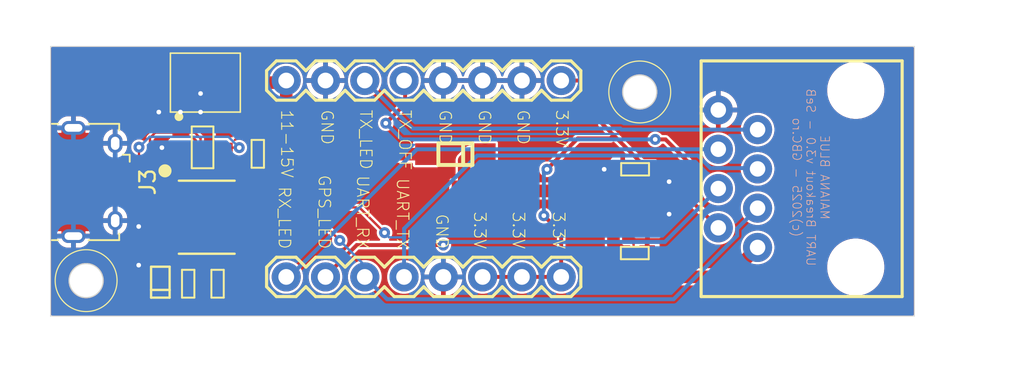
<source format=kicad_pcb>
(kicad_pcb (version 20241229) (generator "pcbnew") (generator_version "9.0")
  (layers (0 "F.Cu" signal) (2 "B.Cu" signal) (13 "F.Paste" user) (15 "B.Paste" user) (5 "F.SilkS" user "F.Silkscreen") (7 "B.SilkS" user "B.Silkscreen") (1 "F.Mask" user) (3 "B.Mask" user) (25 "Edge.Cuts" user))
  (net 0 "")
  (net 1 "GND")
  (net 2 "TRANSPONDER_UART_TX")
  (net 3 "12V")
  (net 4 "/UARTBreakout-3.0_1/V_OUT")
  (net 5 "Net-(C4-1)")
  (net 6 "/UARTBreakout-3.0_2/USB_3V3")
  (net 7 "/UARTBreakout-3.0_1/V_IN")
  (net 8 "/UARTBreakout-3.0_2/D-")
  (net 9 "TRANSPONDER_UART_RX")
  (net 10 "/UARTBreakout-3.0_2/D+")
  (net 11 "3.3V")
  (net 12 "/UARTBreakout-3.0_2/VBUS")
  (net 13 "/UARTBreakout-3.0_1/TX_OFF")
  (net 14 "/UARTBreakout-3.0_1/RX_LED")
  (net 15 "/UARTBreakout-3.0_1/GPS_LED")
  (net 16 "/UARTBreakout-3.0_1/TX_LED")
  (footprint "UARTBreakout-3.0:SOIC-8" (layer "F.Cu") (at 130.6711 107.3286)
    (property "Reference" "U$1" (hide yes))
    (property "Value" "CH340N")
    (fp_line (start -1.803 2.362) (end 1.803 2.362) (stroke (width 0.1524)) (layer "F.SilkS"))
    (fp_line (start 1.803 -2.362) (end -1.803 -2.362) (stroke (width 0.1524)) (layer "F.SilkS"))
    (fp_circle (center -2.7 -3) (end -2.487869 -3) (stroke (width 0.424262)) (fill yes) (layer "F.SilkS"))
    (pad "1" smd rect (at -2.6162 -1.905 270) (size 0.6096 2.2098) (layers "F.Cu" "F.Mask" "F.Paste") (net 10 "/UARTBreakout-3.0_2/D+"))
    (pad "2" smd rect (at -2.6162 -0.635 270) (size 0.6096 2.2098) (layers "F.Cu" "F.Mask" "F.Paste") (net 8 "/UARTBreakout-3.0_2/D-"))
    (pad "3" smd rect (at -2.6162 0.635 270) (size 0.6096 2.2098) (layers "F.Cu" "F.Mask" "F.Paste") (net 1 "GND"))
    (pad "4" smd rect (at -2.6162 1.905 270) (size 0.6096 2.2098) (layers "F.Cu" "F.Mask" "F.Paste"))
    (pad "5" smd rect (at 2.6162 1.905 270) (size 0.6096 2.2098) (layers "F.Cu" "F.Mask" "F.Paste") (net 6 "/UARTBreakout-3.0_2/USB_3V3"))
    (pad "6" smd rect (at 2.6162 0.635 270) (size 0.6096 2.2098) (layers "F.Cu" "F.Mask" "F.Paste") (net 9 "TRANSPONDER_UART_RX"))
    (pad "7" smd rect (at 2.6162 -0.635 270) (size 0.6096 2.2098) (layers "F.Cu" "F.Mask" "F.Paste") (net 2 "TRANSPONDER_UART_TX"))
    (pad "8" smd rect (at 2.6162 -1.905 270) (size 0.6096 2.2098) (layers "F.Cu" "F.Mask" "F.Paste") (net 5 "Net-(C4-1)"))
  )
  (footprint "UARTBreakout-3.0:R1206" (layer "F.Cu") (at 148.7411 105.8586)
    (property "Reference" "F1" (hide yes))
    (property "Value" "BSMD1206-050-16V")
    (pad "1" smd rect (at -1.422 0) (size 1.6 1.803) (layers "F.Cu" "F.Mask" "F.Paste") (net 7 "/UARTBreakout-3.0_1/V_IN"))
    (pad "2" smd rect (at 1.422 0) (size 1.6 1.803) (layers "F.Cu" "F.Mask" "F.Paste") (net 4 "/UARTBreakout-3.0_1/V_OUT"))
  )
  (footprint "UARTBreakout-3.0:1X08" (layer "F.Cu") (at 153.5911 98.4886 180)
    (property "Reference" "JP3" (hide yes))
    (property "Value" "M08SILK_FEMALE_PTH")
    (fp_line (start 19.05 0.635) (end 18.415 1.27) (stroke (width 0.2032)) (layer "F.SilkS"))
    (fp_line (start 19.05 -0.635) (end 19.05 0.635) (stroke (width 0.2032)) (layer "F.SilkS"))
    (fp_line (start 18.415 1.27) (end 17.145 1.27) (stroke (width 0.2032)) (layer "F.SilkS"))
    (fp_line (start 18.415 -1.27) (end 19.05 -0.635) (stroke (width 0.2032)) (layer "F.SilkS"))
    (fp_line (start 17.145 -1.27) (end 18.415 -1.27) (stroke (width 0.2032)) (layer "F.SilkS"))
    (fp_line (start 17.145 -1.27) (end 16.51 -0.635) (stroke (width 0.2032)) (layer "F.SilkS"))
    (fp_line (start 16.51 0.635) (end 17.145 1.27) (stroke (width 0.2032)) (layer "F.SilkS"))
    (fp_line (start 16.51 0.635) (end 15.875 1.27) (stroke (width 0.2032)) (layer "F.SilkS"))
    (fp_line (start 15.875 1.27) (end 14.605 1.27) (stroke (width 0.2032)) (layer "F.SilkS"))
    (fp_line (start 15.875 -1.27) (end 16.51 -0.635) (stroke (width 0.2032)) (layer "F.SilkS"))
    (fp_line (start 14.605 -1.27) (end 15.875 -1.27) (stroke (width 0.2032)) (layer "F.SilkS"))
    (fp_line (start 14.605 -1.27) (end 13.97 -0.635) (stroke (width 0.2032)) (layer "F.SilkS"))
    (fp_line (start 13.97 0.635) (end 14.605 1.27) (stroke (width 0.2032)) (layer "F.SilkS"))
    (fp_line (start 13.97 0.635) (end 13.335 1.27) (stroke (width 0.2032)) (layer "F.SilkS"))
    (fp_line (start 13.335 1.27) (end 12.065 1.27) (stroke (width 0.2032)) (layer "F.SilkS"))
    (fp_line (start 13.335 -1.27) (end 13.97 -0.635) (stroke (width 0.2032)) (layer "F.SilkS"))
    (fp_line (start 12.065 1.27) (end 11.43 0.635) (stroke (width 0.2032)) (layer "F.SilkS"))
    (fp_line (start 12.065 -1.27) (end 13.335 -1.27) (stroke (width 0.2032)) (layer "F.SilkS"))
    (fp_line (start 11.43 0.635) (end 10.795 1.27) (stroke (width 0.2032)) (layer "F.SilkS"))
    (fp_line (start 11.43 -0.635) (end 12.065 -1.27) (stroke (width 0.2032)) (layer "F.SilkS"))
    (fp_line (start 10.795 1.27) (end 9.525 1.27) (stroke (width 0.2032)) (layer "F.SilkS"))
    (fp_line (start 10.795 -1.27) (end 11.43 -0.635) (stroke (width 0.2032)) (layer "F.SilkS"))
    (fp_line (start 9.525 1.27) (end 8.89 0.635) (stroke (width 0.2032)) (layer "F.SilkS"))
    (fp_line (start 9.525 -1.27) (end 10.795 -1.27) (stroke (width 0.2032)) (layer "F.SilkS"))
    (fp_line (start 8.89 0.635) (end 8.255 1.27) (stroke (width 0.2032)) (layer "F.SilkS"))
    (fp_line (start 8.89 -0.635) (end 9.525 -1.27) (stroke (width 0.2032)) (layer "F.SilkS"))
    (fp_line (start 8.255 1.27) (end 6.985 1.27) (stroke (width 0.2032)) (layer "F.SilkS"))
    (fp_line (start 8.255 -1.27) (end 8.89 -0.635) (stroke (width 0.2032)) (layer "F.SilkS"))
    (fp_line (start 6.985 -1.27) (end 8.255 -1.27) (stroke (width 0.2032)) (layer "F.SilkS"))
    (fp_line (start 6.985 -1.27) (end 6.35 -0.635) (stroke (width 0.2032)) (layer "F.SilkS"))
    (fp_line (start 6.35 0.635) (end 6.985 1.27) (stroke (width 0.2032)) (layer "F.SilkS"))
    (fp_line (start 6.35 0.635) (end 5.715 1.27) (stroke (width 0.2032)) (layer "F.SilkS"))
    (fp_line (start 5.715 1.27) (end 4.445 1.27) (stroke (width 0.2032)) (layer "F.SilkS"))
    (fp_line (start 5.715 -1.27) (end 6.35 -0.635) (stroke (width 0.2032)) (layer "F.SilkS"))
    (fp_line (start 4.445 1.27) (end 3.81 0.635) (stroke (width 0.2032)) (layer "F.SilkS"))
    (fp_line (start 4.445 -1.27) (end 5.715 -1.27) (stroke (width 0.2032)) (layer "F.SilkS"))
    (fp_line (start 3.81 0.635) (end 3.175 1.27) (stroke (width 0.2032)) (layer "F.SilkS"))
    (fp_line (start 3.81 -0.635) (end 4.445 -1.27) (stroke (width 0.2032)) (layer "F.SilkS"))
    (fp_line (start 3.175 1.27) (end 1.905 1.27) (stroke (width 0.2032)) (layer "F.SilkS"))
    (fp_line (start 3.175 -1.27) (end 3.81 -0.635) (stroke (width 0.2032)) (layer "F.SilkS"))
    (fp_line (start 1.905 1.27) (end 1.27 0.635) (stroke (width 0.2032)) (layer "F.SilkS"))
    (fp_line (start 1.905 -1.27) (end 3.175 -1.27) (stroke (width 0.2032)) (layer "F.SilkS"))
    (fp_line (start 1.27 0.635) (end 0.635 1.27) (stroke (width 0.2032)) (layer "F.SilkS"))
    (fp_line (start 1.27 -0.635) (end 1.905 -1.27) (stroke (width 0.2032)) (layer "F.SilkS"))
    (fp_line (start 0.635 1.27) (end -0.635 1.27) (stroke (width 0.2032)) (layer "F.SilkS"))
    (fp_line (start 0.635 -1.27) (end 1.27 -0.635) (stroke (width 0.2032)) (layer "F.SilkS"))
    (fp_line (start -0.635 -1.27) (end 0.635 -1.27) (stroke (width 0.2032)) (layer "F.SilkS"))
    (fp_line (start -0.635 -1.27) (end -1.27 -0.635) (stroke (width 0.2032)) (layer "F.SilkS"))
    (fp_line (start -1.27 0.635) (end -0.635 1.27) (stroke (width 0.2032)) (layer "F.SilkS"))
    (fp_line (start -1.27 -0.635) (end -1.27 0.635) (stroke (width 0.2032)) (layer "F.SilkS"))
    (pad "1" thru_hole circle (at 0 0 270) (size 1.8796 1.8796) (drill 1.016) (layers "*.Cu" "*.Mask") (net 11 "3.3V"))
    (pad "2" thru_hole circle (at 2.54 0 270) (size 1.8796 1.8796) (drill 1.016) (layers "*.Cu" "*.Mask") (net 1 "GND"))
    (pad "3" thru_hole circle (at 5.08 0 270) (size 1.8796 1.8796) (drill 1.016) (layers "*.Cu" "*.Mask") (net 1 "GND"))
    (pad "4" thru_hole circle (at 7.62 0 270) (size 1.8796 1.8796) (drill 1.016) (layers "*.Cu" "*.Mask") (net 1 "GND"))
    (pad "5" thru_hole circle (at 10.16 0 270) (size 1.8796 1.8796) (drill 1.016) (layers "*.Cu" "*.Mask") (net 13 "/UARTBreakout-3.0_1/TX_OFF"))
    (pad "6" thru_hole circle (at 12.7 0 270) (size 1.8796 1.8796) (drill 1.016) (layers "*.Cu" "*.Mask") (net 16 "/UARTBreakout-3.0_1/TX_LED"))
    (pad "7" thru_hole circle (at 15.24 0 270) (size 1.8796 1.8796) (drill 1.016) (layers "*.Cu" "*.Mask") (net 1 "GND"))
    (pad "8" thru_hole circle (at 17.78 0 270) (size 1.8796 1.8796) (drill 1.016) (layers "*.Cu" "*.Mask") (net 3 "12V"))
  )
  (footprint "UARTBreakout-3.0:SMB-BIDIR" (layer "F.Cu") (at 130.5811 98.6236)
    (property "Reference" "D1" (hide yes))
    (property "Value" "SMBJ14CA")
    (fp_line (start -2.2606 -1.905) (end 2.2606 -1.905) (stroke (width 0.1016)) (layer "F.SilkS"))
    (fp_line (start -2.2606 1.905) (end -2.2606 -1.905) (stroke (width 0.1016)) (layer "F.SilkS"))
    (fp_line (start -2.2606 1.905) (end 2.2606 1.905) (stroke (width 0.1016)) (layer "F.SilkS"))
    (fp_line (start 2.2606 1.905) (end 2.2606 -1.905) (stroke (width 0.1016)) (layer "F.SilkS"))
    (pad "A" smd rect (at 2.2 0) (size 2.4 2.4) (layers "F.Cu" "F.Mask" "F.Paste") (net 3 "12V"))
    (pad "C" smd rect (at -2.2 0) (size 2.4 2.4) (layers "F.Cu" "F.Mask" "F.Paste") (net 1 "GND"))
  )
  (footprint "UARTBreakout-3.0:SOD-323" (layer "F.Cu") (at 127.6711 111.5286 90)
    (property "Reference" "D3" (hide yes))
    (property "Value" "3V")
    (fp_line (start 1 -0.6) (end -0.5 -0.6) (stroke (width 0.1524)) (layer "F.SilkS"))
    (fp_line (start -0.5 -0.6) (end -1 -0.6) (stroke (width 0.1524)) (layer "F.SilkS"))
    (fp_line (start -1 -0.6) (end -1 0.6) (stroke (width 0.1524)) (layer "F.SilkS"))
    (fp_line (start 1 0.6) (end 1 -0.6) (stroke (width 0.1524)) (layer "F.SilkS"))
    (fp_line (start -0.5 0.6) (end -0.5 -0.6) (stroke (width 0.1524)) (layer "F.SilkS"))
    (fp_line (start -0.5 0.6) (end 1 0.6) (stroke (width 0.1524)) (layer "F.SilkS"))
    (fp_line (start -1 0.6) (end -0.5 0.6) (stroke (width 0.1524)) (layer "F.SilkS"))
    (pad "A" smd rect (at 1.15 0 90) (size 0.63 0.83) (layers "F.Cu" "F.Mask" "F.Paste") (net 1 "GND"))
    (pad "C" smd rect (at -1.15 0 90) (size 0.63 0.83) (layers "F.Cu" "F.Mask" "F.Paste") (net 6 "/UARTBreakout-3.0_2/USB_3V3"))
  )
  (footprint "UARTBreakout-3.0:SOT23" (layer "F.Cu") (at 158.0711 106.9286 90)
    (property "Reference" "U1" (hide yes))
    (property "Value" "SE8533X2-HF")
    (pad "1" smd rect (at -0.95 1.1 90) (size 1 1.4) (layers "F.Cu" "F.Mask" "F.Paste") (net 1 "GND"))
    (pad "2" smd rect (at 0.95 1.1 90) (size 1 1.4) (layers "F.Cu" "F.Mask" "F.Paste") (net 11 "3.3V"))
    (pad "3" smd rect (at 0 -1.1 90) (size 1 1.4) (layers "F.Cu" "F.Mask" "F.Paste") (net 4 "/UARTBreakout-3.0_1/V_OUT"))
  )
  (footprint "Connector_USB:USB_Micro-B_Amphenol_10118194-0001LF_Horizontal" (layer "F.Cu") (at 123.35 105.05 -90)
    (property "Reference" "J3" (at 0 -3.5 90) (layer "F.SilkS"))
    (property "Value" "10118194-0001LF")
    (fp_line (start -3.76 2.69) (end -3.76 2.29) (stroke (width 0.12)) (layer "F.SilkS"))
    (fp_line (start 3.76 2.29) (end 3.76 2.69) (stroke (width 0.12)) (layer "F.SilkS"))
    (fp_line (start -3.76 0.32) (end -3.76 -1.66) (stroke (width 0.12)) (layer "F.SilkS"))
    (fp_line (start 3.76 0.32) (end 3.76 -1.66) (stroke (width 0.12)) (layer "F.SilkS"))
    (fp_line (start -3.76 -1.66) (end -3.34 -1.66) (stroke (width 0.12)) (layer "F.SilkS"))
    (fp_line (start 3.76 -1.66) (end 3.34 -1.66) (stroke (width 0.12)) (layer "F.SilkS"))
    (fp_line (start -1.76 -1.89) (end -1.76 -2.34) (stroke (width 0.12)) (layer "F.SilkS"))
    (fp_line (start -1.31 -2.34) (end -1.76 -2.34) (stroke (width 0.12)) (layer "F.SilkS"))
    (pad "1" smd roundrect (at -1.3 -1.4 270) (size 0.4 1.35) (layers "F.Cu" "F.Mask" "F.Paste") (net 12 "/UARTBreakout-3.0_2/VBUS"))
    (pad "2" smd roundrect (at -0.65 -1.4 270) (size 0.4 1.35) (layers "F.Cu" "F.Mask" "F.Paste") (net 8 "/UARTBreakout-3.0_2/D-"))
    (pad "3" smd roundrect (at 0 -1.4 270) (size 0.4 1.35) (layers "F.Cu" "F.Mask" "F.Paste") (net 10 "/UARTBreakout-3.0_2/D+"))
    (pad "4" smd roundrect (at 0.65 -1.4 270) (size 0.4 1.35) (layers "F.Cu" "F.Mask" "F.Paste"))
    (pad "5" smd roundrect (at 1.3 -1.4 270) (size 0.4 1.35) (layers "F.Cu" "F.Mask" "F.Paste") (net 1 "GND"))
    (pad "6" thru_hole oval (at -3.5 1.3 270) (size 0.89 1.55) (drill oval 0.5 1.15) (property pad_prop_heatsink) (layers "*.Cu" "*.Mask") (net 1 "GND"))
    (pad "6" smd roundrect (at -3.025 1.3 270) (size 1.45 1.55) (layers "F.Cu" "F.Mask" "F.Paste") (roundrect_rratio 0.1724137931) (net 1 "GND"))
    (pad "6" thru_hole oval (at -2.5 -1.4 270) (size 1.25 0.95) (drill oval 0.85 0.55) (property pad_prop_heatsink) (layers "*.Cu" "*.Mask") (net 1 "GND"))
    (pad "6" smd roundrect (at -1 1.3 270) (size 1.5 1.55) (layers "F.Cu" "F.Mask" "F.Paste") (roundrect_rratio 0.1666666667) (net 1 "GND"))
    (pad "6" smd roundrect (at 1 1.3 270) (size 1.5 1.55) (layers "F.Cu" "F.Mask" "F.Paste") (roundrect_rratio 0.1666666667) (net 1 "GND"))
    (pad "6" thru_hole oval (at 2.5 -1.4 270) (size 1.25 0.95) (drill oval 0.85 0.55) (property pad_prop_heatsink) (layers "*.Cu" "*.Mask") (net 1 "GND"))
    (pad "6" smd roundrect (at 3.025 1.3 270) (size 1.45 1.55) (layers "F.Cu" "F.Mask" "F.Paste") (roundrect_rratio 0.1724137931) (net 1 "GND"))
    (pad "6" thru_hole oval (at 3.5 1.3 270) (size 0.89 1.55) (drill oval 0.5 1.15) (property pad_prop_heatsink) (layers "*.Cu" "*.Mask") (net 1 "GND"))
  )
  (footprint "UARTBreakout-3.0:SOD123" (layer "F.Cu") (at 146.75 103.25 180)
    (property "Reference" "D2" (hide yes))
    (property "Value" "WSB5508L-2/TR" (hide yes))
    (fp_line (start 1.1 0.7) (end -0.5 0.7) (stroke (width 0.254)) (layer "F.SilkS"))
    (fp_line (start 1.1 -0.7) (end 1.1 0.7) (stroke (width 0.254)) (layer "F.SilkS"))
    (fp_line (start -0.5 0.7) (end -1.1 0.7) (stroke (width 0.254)) (layer "F.SilkS"))
    (fp_line (start -0.5 -0.7) (end 1.1 -0.7) (stroke (width 0.254)) (layer "F.SilkS"))
    (fp_line (start -0.5 -0.7) (end -0.5 0.7) (stroke (width 0.254)) (layer "F.SilkS"))
    (fp_line (start -1.1 0.7) (end -1.1 -0.7) (stroke (width 0.254)) (layer "F.SilkS"))
    (fp_line (start -1.1 -0.7) (end -0.5 -0.7) (stroke (width 0.254)) (layer "F.SilkS"))
    (pad "A" smd rect (at 1.9 0 180) (size 1.4 1.4) (layers "F.Cu" "F.Mask" "F.Paste") (net 3 "12V"))
    (pad "C" smd rect (at -1.9 0 180) (size 1.4 1.4) (layers "F.Cu" "F.Mask" "F.Paste") (net 7 "/UARTBreakout-3.0_1/V_IN"))
  )
  (footprint "UARTBreakout-3.0:SOT23-6" (layer "F.Cu") (at 130.3711 102.8286)
    (property "Reference" "U$4" (hide yes))
    (property "Value" "SRV05-4" (hide yes))
    (fp_line (start -0.67 -1.37) (end 0.73 -1.37) (stroke (width 0.127)) (layer "F.SilkS"))
    (fp_line (start -0.67 1.33) (end -0.67 -1.37) (stroke (width 0.127)) (layer "F.SilkS"))
    (fp_line (start 0.73 -1.37) (end 0.73 1.33) (stroke (width 0.127)) (layer "F.SilkS"))
    (fp_line (start 0.73 1.33) (end -0.67 1.33) (stroke (width 0.127)) (layer "F.SilkS"))
    (fp_circle (center -1.5 -2) (end -1.35858 -2) (stroke (width 0.28284)) (fill yes) (layer "F.SilkS"))
    (pad "1" smd rect (at -1.37 -0.97) (size 1.1 0.6) (layers "F.Cu" "F.Mask" "F.Paste") (net 8 "/UARTBreakout-3.0_2/D-"))
    (pad "2" smd rect (at -1.37 -0.02) (size 1.1 0.6) (layers "F.Cu" "F.Mask" "F.Paste") (net 1 "GND"))
    (pad "3" smd rect (at -1.37 0.93) (size 1.1 0.6) (layers "F.Cu" "F.Mask" "F.Paste") (net 10 "/UARTBreakout-3.0_2/D+"))
    (pad "4" smd rect (at 1.43 0.93) (size 1.1 0.6) (layers "F.Cu" "F.Mask" "F.Paste"))
    (pad "5" smd rect (at 1.43 -0.02) (size 1.1 0.6) (layers "F.Cu" "F.Mask" "F.Paste") (net 12 "/UARTBreakout-3.0_2/VBUS"))
    (pad "6" smd rect (at 1.43 -0.97) (size 1.1 0.6) (layers "F.Cu" "F.Mask" "F.Paste"))
  )
  (footprint "UARTBreakout-3.0:0603" (layer "F.Cu") (at 131.3711 111.6286 90)
    (property "Reference" "C5" (hide yes))
    (property "Value" "0.1uF")
    (fp_line (start 0.9 -0.4) (end 0.9 0.4) (stroke (width 0.127)) (layer "F.SilkS"))
    (fp_line (start -0.9 -0.4) (end 0.9 -0.4) (stroke (width 0.127)) (layer "F.SilkS"))
    (fp_line (start 0.9 0.4) (end -0.9 0.4) (stroke (width 0.127)) (layer "F.SilkS"))
    (fp_line (start -0.9 0.4) (end -0.9 -0.4) (stroke (width 0.127)) (layer "F.SilkS"))
    (pad "P$1" smd rect (at -0.8 0 90) (size 1 1) (layers "F.Cu") (net 6 "/UARTBreakout-3.0_2/USB_3V3"))
    (pad "P$2" smd rect (at 0.8 0 90) (size 1 1) (layers "F.Cu") (net 1 "GND"))
  )
  (footprint "UARTBreakout-3.0:1X08" (layer "F.Cu") (at 153.5911 111.1886 180)
    (property "Reference" "JP2" (hide yes))
    (property "Value" "M08SILK_FEMALE_PTH")
    (fp_line (start 19.05 0.635) (end 18.415 1.27) (stroke (width 0.2032)) (layer "F.SilkS"))
    (fp_line (start 19.05 -0.635) (end 19.05 0.635) (stroke (width 0.2032)) (layer "F.SilkS"))
    (fp_line (start 18.415 1.27) (end 17.145 1.27) (stroke (width 0.2032)) (layer "F.SilkS"))
    (fp_line (start 18.415 -1.27) (end 19.05 -0.635) (stroke (width 0.2032)) (layer "F.SilkS"))
    (fp_line (start 17.145 -1.27) (end 18.415 -1.27) (stroke (width 0.2032)) (layer "F.SilkS"))
    (fp_line (start 17.145 -1.27) (end 16.51 -0.635) (stroke (width 0.2032)) (layer "F.SilkS"))
    (fp_line (start 16.51 0.635) (end 17.145 1.27) (stroke (width 0.2032)) (layer "F.SilkS"))
    (fp_line (start 16.51 0.635) (end 15.875 1.27) (stroke (width 0.2032)) (layer "F.SilkS"))
    (fp_line (start 15.875 1.27) (end 14.605 1.27) (stroke (width 0.2032)) (layer "F.SilkS"))
    (fp_line (start 15.875 -1.27) (end 16.51 -0.635) (stroke (width 0.2032)) (layer "F.SilkS"))
    (fp_line (start 14.605 -1.27) (end 15.875 -1.27) (stroke (width 0.2032)) (layer "F.SilkS"))
    (fp_line (start 14.605 -1.27) (end 13.97 -0.635) (stroke (width 0.2032)) (layer "F.SilkS"))
    (fp_line (start 13.97 0.635) (end 14.605 1.27) (stroke (width 0.2032)) (layer "F.SilkS"))
    (fp_line (start 13.97 0.635) (end 13.335 1.27) (stroke (width 0.2032)) (layer "F.SilkS"))
    (fp_line (start 13.335 1.27) (end 12.065 1.27) (stroke (width 0.2032)) (layer "F.SilkS"))
    (fp_line (start 13.335 -1.27) (end 13.97 -0.635) (stroke (width 0.2032)) (layer "F.SilkS"))
    (fp_line (start 12.065 1.27) (end 11.43 0.635) (stroke (width 0.2032)) (layer "F.SilkS"))
    (fp_line (start 12.065 -1.27) (end 13.335 -1.27) (stroke (width 0.2032)) (layer "F.SilkS"))
    (fp_line (start 11.43 0.635) (end 10.795 1.27) (stroke (width 0.2032)) (layer "F.SilkS"))
    (fp_line (start 11.43 -0.635) (end 12.065 -1.27) (stroke (width 0.2032)) (layer "F.SilkS"))
    (fp_line (start 10.795 1.27) (end 9.525 1.27) (stroke (width 0.2032)) (layer "F.SilkS"))
    (fp_line (start 10.795 -1.27) (end 11.43 -0.635) (stroke (width 0.2032)) (layer "F.SilkS"))
    (fp_line (start 9.525 1.27) (end 8.89 0.635) (stroke (width 0.2032)) (layer "F.SilkS"))
    (fp_line (start 9.525 -1.27) (end 10.795 -1.27) (stroke (width 0.2032)) (layer "F.SilkS"))
    (fp_line (start 8.89 0.635) (end 8.255 1.27) (stroke (width 0.2032)) (layer "F.SilkS"))
    (fp_line (start 8.89 -0.635) (end 9.525 -1.27) (stroke (width 0.2032)) (layer "F.SilkS"))
    (fp_line (start 8.255 1.27) (end 6.985 1.27) (stroke (width 0.2032)) (layer "F.SilkS"))
    (fp_line (start 8.255 -1.27) (end 8.89 -0.635) (stroke (width 0.2032)) (layer "F.SilkS"))
    (fp_line (start 6.985 -1.27) (end 8.255 -1.27) (stroke (width 0.2032)) (layer "F.SilkS"))
    (fp_line (start 6.985 -1.27) (end 6.35 -0.635) (stroke (width 0.2032)) (layer "F.SilkS"))
    (fp_line (start 6.35 0.635) (end 6.985 1.27) (stroke (width 0.2032)) (layer "F.SilkS"))
    (fp_line (start 6.35 0.635) (end 5.715 1.27) (stroke (width 0.2032)) (layer "F.SilkS"))
    (fp_line (start 5.715 1.27) (end 4.445 1.27) (stroke (width 0.2032)) (layer "F.SilkS"))
    (fp_line (start 5.715 -1.27) (end 6.35 -0.635) (stroke (width 0.2032)) (layer "F.SilkS"))
    (fp_line (start 4.445 1.27) (end 3.81 0.635) (stroke (width 0.2032)) (layer "F.SilkS"))
    (fp_line (start 4.445 -1.27) (end 5.715 -1.27) (stroke (width 0.2032)) (layer "F.SilkS"))
    (fp_line (start 3.81 0.635) (end 3.175 1.27) (stroke (width 0.2032)) (layer "F.SilkS"))
    (fp_line (start 3.81 -0.635) (end 4.445 -1.27) (stroke (width 0.2032)) (layer "F.SilkS"))
    (fp_line (start 3.175 1.27) (end 1.905 1.27) (stroke (width 0.2032)) (layer "F.SilkS"))
    (fp_line (start 3.175 -1.27) (end 3.81 -0.635) (stroke (width 0.2032)) (layer "F.SilkS"))
    (fp_line (start 1.905 1.27) (end 1.27 0.635) (stroke (width 0.2032)) (layer "F.SilkS"))
    (fp_line (start 1.905 -1.27) (end 3.175 -1.27) (stroke (width 0.2032)) (layer "F.SilkS"))
    (fp_line (start 1.27 0.635) (end 0.635 1.27) (stroke (width 0.2032)) (layer "F.SilkS"))
    (fp_line (start 1.27 -0.635) (end 1.905 -1.27) (stroke (width 0.2032)) (layer "F.SilkS"))
    (fp_line (start 0.635 1.27) (end -0.635 1.27) (stroke (width 0.2032)) (layer "F.SilkS"))
    (fp_line (start 0.635 -1.27) (end 1.27 -0.635) (stroke (width 0.2032)) (layer "F.SilkS"))
    (fp_line (start -0.635 -1.27) (end 0.635 -1.27) (stroke (width 0.2032)) (layer "F.SilkS"))
    (fp_line (start -0.635 -1.27) (end -1.27 -0.635) (stroke (width 0.2032)) (layer "F.SilkS"))
    (fp_line (start -1.27 0.635) (end -0.635 1.27) (stroke (width 0.2032)) (layer "F.SilkS"))
    (fp_line (start -1.27 -0.635) (end -1.27 0.635) (stroke (width 0.2032)) (layer "F.SilkS"))
    (pad "1" thru_hole circle (at 0 0 270) (size 1.8796 1.8796) (drill 1.016) (layers "*.Cu" "*.Mask") (net 11 "3.3V"))
    (pad "2" thru_hole circle (at 2.54 0 270) (size 1.8796 1.8796) (drill 1.016) (layers "*.Cu" "*.Mask") (net 11 "3.3V"))
    (pad "3" thru_hole circle (at 5.08 0 270) (size 1.8796 1.8796) (drill 1.016) (layers "*.Cu" "*.Mask") (net 11 "3.3V"))
    (pad "4" thru_hole circle (at 7.62 0 270) (size 1.8796 1.8796) (drill 1.016) (layers "*.Cu" "*.Mask") (net 1 "GND"))
    (pad "5" thru_hole circle (at 10.16 0 270) (size 1.8796 1.8796) (drill 1.016) (layers "*.Cu" "*.Mask") (net 2 "TRANSPONDER_UART_TX"))
    (pad "6" thru_hole circle (at 12.7 0 270) (size 1.8796 1.8796) (drill 1.016) (layers "*.Cu" "*.Mask") (net 9 "TRANSPONDER_UART_RX"))
    (pad "7" thru_hole circle (at 15.24 0 270) (size 1.8796 1.8796) (drill 1.016) (layers "*.Cu" "*.Mask") (net 15 "/UARTBreakout-3.0_1/GPS_LED"))
    (pad "8" thru_hole circle (at 17.78 0 270) (size 1.8796 1.8796) (drill 1.016) (layers "*.Cu" "*.Mask") (net 14 "/UARTBreakout-3.0_1/RX_LED"))
  )
  (footprint "UARTBreakout-3.0:0603" (layer "F.Cu") (at 129.4711 111.6286 -90)
    (property "Reference" "R8" (hide yes))
    (property "Value" "75R")
    (fp_line (start -0.9 0.4) (end -0.9 -0.4) (stroke (width 0.127)) (layer "F.SilkS"))
    (fp_line (start 0.9 0.4) (end -0.9 0.4) (stroke (width 0.127)) (layer "F.SilkS"))
    (fp_line (start -0.9 -0.4) (end 0.9 -0.4) (stroke (width 0.127)) (layer "F.SilkS"))
    (fp_line (start 0.9 -0.4) (end 0.9 0.4) (stroke (width 0.127)) (layer "F.SilkS"))
    (pad "P$1" smd rect (at -0.8 0 270) (size 1 1) (layers "F.Cu") (net 12 "/UARTBreakout-3.0_2/VBUS"))
    (pad "P$2" smd rect (at 0.8 0 270) (size 1 1) (layers "F.Cu") (net 6 "/UARTBreakout-3.0_2/USB_3V3"))
  )
  (footprint "UARTBreakout-3.0:0603" (layer "F.Cu") (at 133.9711 103.2286 90)
    (property "Reference" "C4" (hide yes))
    (property "Value" "0.1uF")
    (fp_line (start 0.9 -0.4) (end 0.9 0.4) (stroke (width 0.127)) (layer "F.SilkS"))
    (fp_line (start -0.9 -0.4) (end 0.9 -0.4) (stroke (width 0.127)) (layer "F.SilkS"))
    (fp_line (start 0.9 0.4) (end -0.9 0.4) (stroke (width 0.127)) (layer "F.SilkS"))
    (fp_line (start -0.9 0.4) (end -0.9 -0.4) (stroke (width 0.127)) (layer "F.SilkS"))
    (pad "P$1" smd rect (at -0.8 0 90) (size 1 1) (layers "F.Cu") (net 5 "Net-(C4-1)"))
    (pad "P$2" smd rect (at 0.8 0 90) (size 1 1) (layers "F.Cu") (net 1 "GND"))
  )
  (footprint "UARTBreakout-3.0:RJ45-8" (layer "F.Cu") (at 172.6411 104.8386 90)
    (property "Reference" "J2" (hide yes))
    (property "Value" "RJ45" (hide yes))
    (fp_line (start 7.62 -10) (end 7.62 3) (stroke (width 0.2032)) (layer "F.SilkS"))
    (fp_line (start -7.62 -10) (end 7.62 -10) (stroke (width 0.2032)) (layer "F.SilkS"))
    (fp_line (start -7.62 3) (end -7.62 -10) (stroke (width 0.2032)) (layer "F.SilkS"))
    (fp_line (start -7.62 3) (end 7.62 3) (stroke (width 0.2032)) (layer "F.SilkS"))
    (pad "" np_thru_hole circle (at -5.715 0 90) (size 3.2 3.2) (drill 3.2) (layers "*.Cu" "*.Mask"))
    (pad "" np_thru_hole circle (at 5.715 0 90) (size 3.2 3.2) (drill 3.2) (layers "*.Cu" "*.Mask"))
    (pad "1" thru_hole circle (at -4.445 -6.35 90) (size 1.8796 1.8796) (drill 1) (layers "*.Cu" "*.Mask") (net 4 "/UARTBreakout-3.0_1/V_OUT"))
    (pad "2" thru_hole circle (at -3.175 -8.89 90) (size 1.8796 1.8796) (drill 1) (layers "*.Cu" "*.Mask") (net 13 "/UARTBreakout-3.0_1/TX_OFF"))
    (pad "3" thru_hole circle (at -1.905 -6.35 90) (size 1.8796 1.8796) (drill 1) (layers "*.Cu" "*.Mask") (net 9 "TRANSPONDER_UART_RX"))
    (pad "4" thru_hole circle (at -0.635 -8.89 90) (size 1.8796 1.8796) (drill 1) (layers "*.Cu" "*.Mask") (net 15 "/UARTBreakout-3.0_1/GPS_LED"))
    (pad "5" thru_hole circle (at 0.635 -6.35 90) (size 1.8796 1.8796) (drill 1) (layers "*.Cu" "*.Mask") (net 2 "TRANSPONDER_UART_TX"))
    (pad "6" thru_hole circle (at 1.905 -8.89 90) (size 1.8796 1.8796) (drill 1) (layers "*.Cu" "*.Mask") (net 14 "/UARTBreakout-3.0_1/RX_LED"))
    (pad "7" thru_hole circle (at 3.175 -6.35 90) (size 1.8796 1.8796) (drill 1) (layers "*.Cu" "*.Mask") (net 16 "/UARTBreakout-3.0_1/TX_LED"))
    (pad "8" thru_hole circle (at 4.445 -8.89 90) (size 1.8796 1.8796) (drill 1) (layers "*.Cu" "*.Mask") (net 1 "GND"))
  )
  (footprint "UARTBreakout-3.0:0603" (layer "F.Cu") (at 158.3511 109.6436)
    (property "Reference" "C1" (hide yes))
    (property "Value" "1uF")
    (fp_line (start -0.9 -0.4) (end 0.9 -0.4) (stroke (width 0.127)) (layer "F.SilkS"))
    (fp_line (start -0.9 0.4) (end -0.9 -0.4) (stroke (width 0.127)) (layer "F.SilkS"))
    (fp_line (start 0.9 -0.4) (end 0.9 0.4) (stroke (width 0.127)) (layer "F.SilkS"))
    (fp_line (start 0.9 0.4) (end -0.9 0.4) (stroke (width 0.127)) (layer "F.SilkS"))
    (pad "P$1" smd rect (at -0.8 0) (size 1 1) (layers "F.Cu") (net 4 "/UARTBreakout-3.0_1/V_OUT"))
    (pad "P$2" smd rect (at 0.8 0) (size 1 1) (layers "F.Cu") (net 1 "GND"))
  )
  (footprint "UARTBreakout-3.0:0603" (layer "F.Cu") (at 158.3711 104.2286 180)
    (property "Reference" "C2" (hide yes))
    (property "Value" "1uF")
    (fp_line (start 0.9 0.4) (end -0.9 0.4) (stroke (width 0.127)) (layer "F.SilkS"))
    (fp_line (start 0.9 -0.4) (end 0.9 0.4) (stroke (width 0.127)) (layer "F.SilkS"))
    (fp_line (start -0.9 0.4) (end -0.9 -0.4) (stroke (width 0.127)) (layer "F.SilkS"))
    (fp_line (start -0.9 -0.4) (end 0.9 -0.4) (stroke (width 0.127)) (layer "F.SilkS"))
    (pad "P$1" smd rect (at -0.8 0 180) (size 1 1) (layers "F.Cu") (net 11 "3.3V"))
    (pad "P$2" smd rect (at 0.8 0 180) (size 1 1) (layers "F.Cu") (net 1 "GND"))
  )
  (gr_circle (center 122.8711 111.4286) (end 124.8711 111.4286) (stroke (width 0.0762)) (fill no) (layer "F.SilkS"))
  (gr_circle (center 158.6711 99.2286) (end 160.6711 99.2286) (stroke (width 0.0762)) (fill no) (layer "F.SilkS"))
  (gr_line (start 176.4311 113.7286) (end 176.4311 96.2786) (stroke (width 0.05)) (layer "Edge.Cuts"))
  (gr_line (start 176.4311 96.2786) (end 120.5711 96.2786) (stroke (width 0.05)) (layer "Edge.Cuts"))
  (gr_circle (center 158.6711 99.2286) (end 159.7711 99.2286) (stroke (width 0.0762)) (fill no) (layer "Edge.Cuts"))
  (gr_line (start 120.5711 96.2786) (end 120.5711 113.7286) (stroke (width 0.05)) (layer "Edge.Cuts"))
  (gr_circle (center 122.8711 111.4286) (end 123.9711 111.4286) (stroke (width 0.0762)) (fill no) (layer "Edge.Cuts"))
  (gr_line (start 120.5711 113.7286) (end 176.4311 113.7286) (stroke (width 0.05)) (layer "Edge.Cuts"))
  (gr_text "3.3V" (at 153.2011 100.3286 270) (layer "F.SilkS") (effects (font (size 0.747776 0.747776) (thickness 0.065024)) (justify left bottom)))
  (gr_text "UART_TX" (at 143.7761 109.4386 270) (layer "F.SilkS") (effects (font (size 0.747776 0.747776) (thickness 0.065024)) (justify right top)))
  (gr_text "3.3V" (at 153.8711 109.4286 270) (layer "F.SilkS") (effects (font (size 0.747776 0.747776) (thickness 0.065024)) (justify right top)))
  (gr_text "GND" (at 138.0211 100.3286 270) (layer "F.SilkS") (effects (font (size 0.747776 0.747776) (thickness 0.065024)) (justify left bottom)))
  (gr_text "11-15V" (at 135.4211 100.3286 270) (layer "F.SilkS") (effects (font (size 0.747776 0.747776) (thickness 0.065024)) (justify left bottom)))
  (gr_text "GND" (at 148.2011 100.3286 270) (layer "F.SilkS") (effects (font (size 0.747776 0.747776) (thickness 0.065024)) (justify left bottom)))
  (gr_text "GND" (at 150.7011 100.3286 270) (layer "F.SilkS") (effects (font (size 0.747776 0.747776) (thickness 0.065024)) (justify left bottom)))
  (gr_text "GPS_LED" (at 138.7161 109.4386 270) (layer "F.SilkS") (effects (font (size 0.747776 0.747776) (thickness 0.065024)) (justify right top)))
  (gr_text "3.3V" (at 151.2711 109.4286 270) (layer "F.SilkS") (effects (font (size 0.747776 0.747776) (thickness 0.065024)) (justify right top)))
  (gr_text "GND" (at 146.3211 109.4286 270) (layer "F.SilkS") (effects (font (size 0.747776 0.747776) (thickness 0.065024)) (justify right top)))
  (gr_text "3.3V" (at 148.7711 109.4286 270) (layer "F.SilkS") (effects (font (size 0.747776 0.747776) (thickness 0.065024)) (justify right top)))
  (gr_text "TX_LED" (at 140.5211 100.3286 270) (layer "F.SilkS") (effects (font (size 0.747776 0.747776) (thickness 0.065024)) (justify left bottom)))
  (gr_text "TX_OFF" (at 143.0561 100.3386 270) (layer "F.SilkS") (effects (font (size 0.747776 0.747776) (thickness 0.065024)) (justify left bottom)))
  (gr_text "RX_LED" (at 136.1361 109.4386 270) (layer "F.SilkS") (effects (font (size 0.747776 0.747776) (thickness 0.065024)) (justify right top)))
  (gr_text "UART_RX" (at 141.1961 109.4386 270) (layer "F.SilkS") (effects (font (size 0.747776 0.747776) (thickness 0.065024)) (justify right top)))
  (gr_text "GND" (at 145.6611 100.3286 270) (layer "F.SilkS") (effects (font (size 0.747776 0.747776) (thickness 0.065024)) (justify left bottom)))
  (gr_text "MAIANA BLUE\nUART Breakout v3.0 - SeB\n(c)2025 - GBC.ro" (at 168.5 104.75 270) (layer "B.SilkS") (effects (font (size 0.560832 0.560832) (thickness 0.048768)) (justify bottom mirror)))
  (via (at 130.2711 100.5286) (size 0.7064) (drill 0.3) (layers "F.Cu" "B.Cu") (net 1))
  (via (at 128.9711 100.5286) (size 0.7064) (drill 0.3) (layers "F.Cu" "B.Cu") (net 1))
  (via (at 160.5711 107.1286) (size 0.7064) (drill 0.3) (layers "F.Cu" "B.Cu") (net 1))
  (via (at 156.3711 104.2286) (size 0.7064) (drill 0.3) (layers "F.Cu" "B.Cu") (net 1))
  (via (at 160.5711 105.0286) (size 0.7064) (drill 0.3) (layers "F.Cu" "B.Cu") (net 1))
  (via (at 130.2711 99.3286) (size 0.7064) (drill 0.3) (layers "F.Cu" "B.Cu") (net 1))
  (via (at 126.2711 110.4286) (size 0.7064) (drill 0.3) (layers "F.Cu" "B.Cu") (net 1))
  (via (at 126.2711 107.9286) (size 0.7064) (drill 0.3) (layers "F.Cu" "B.Cu") (net 1))
  (via (at 127.7711 102.8286) (size 0.7064) (drill 0.3) (layers "F.Cu" "B.Cu") (net 1))
  (via (at 127.5711 100.5286) (size 0.7064) (drill 0.3) (layers "F.Cu" "B.Cu") (net 1))
  (segment (start 140.5361 106.6936) (end 142.1711 108.3286) (width 0.1524) (layer "F.Cu") (net 2))
  (segment (start 133.2873 106.6936) (end 140.5361 106.6936) (width 0.1524) (layer "F.Cu") (net 2))
  (via (at 142.1711 108.3286) (size 0.7064) (drill 0.3) (layers "F.Cu" "B.Cu") (net 2))
  (segment (start 143.4311 108.6286) (end 143.4311 108.0686) (width 0.254) (layer "B.Cu") (net 2))
  (segment (start 143.4311 108.0686) (end 148.1597 103.34) (width 0.254) (layer "B.Cu") (net 2))
  (segment (start 148.1597 103.34) (end 162.433287 103.34) (width 0.254) (layer "B.Cu") (net 2))
  (segment (start 163.246087 104.1528) (end 166.2403 104.1528) (width 0.254) (layer "B.Cu") (net 2))
  (segment (start 162.433287 103.34) (end 163.246087 104.1528) (width 0.254) (layer "B.Cu") (net 2))
  (segment (start 166.2403 104.1528) (end 166.2911 104.2036) (width 0.254) (layer "B.Cu") (net 2))
  (segment (start 142.4711 108.6286) (end 143.4311 108.6286) (width 0.1524) (layer "B.Cu") (net 2))
  (segment (start 143.4311 111.1886) (end 143.4311 108.6286) (width 0.254) (layer "B.Cu") (net 2))
  (segment (start 142.1711 108.3286) (end 142.4711 108.6286) (width 0.1524) (layer "B.Cu") (net 2))
  (segment (start 135.8111 98.4886) (end 135.8111 99.9686) (width 0.8128) (layer "F.Cu") (net 3))
  (segment (start 139.0925 103.25) (end 144.85 103.25) (width 0.8128) (layer "F.Cu") (net 3))
  (segment (start 135.6761 98.6236) (end 135.8111 98.4886) (width 0.8128) (layer "F.Cu") (net 3))
  (segment (start 132.7811 98.6236) (end 135.6761 98.6236) (width 0.8128) (layer "F.Cu") (net 3))
  (segment (start 135.8111 99.9686) (end 139.0925 103.25) (width 0.8128) (layer "F.Cu") (net 3))
  (segment (start 156.9711 109.0886) (end 156.9711 106.9286) (width 0.8128) (layer "F.Cu") (net 4))
  (segment (start 150.1631 105.8586) (end 150.1631 105.6286) (width 0.8128) (layer "F.Cu") (net 4))
  (segment (start 153.1711 105.6286) (end 154.4711 106.9286) (width 0.8128) (layer "F.Cu") (net 4))
  (segment (start 154.4711 106.9286) (end 156.9711 106.9286) (width 0.8128) (layer "F.Cu") (net 4))
  (segment (start 150.1631 105.6286) (end 153.1711 105.6286) (width 0.8128) (layer "F.Cu") (net 4))
  (segment (start 164.3911 111.1836) (end 158.0561 111.1836) (width 0.8128) (layer "F.Cu") (net 4))
  (segment (start 157.5261 110.6536) (end 157.5511 109.6436) (width 0.8128) (layer "F.Cu") (net 4))
  (segment (start 164.3911 111.1836) (end 166.2911 109.2836) (width 0.8128) (layer "F.Cu") (net 4))
  (segment (start 158.0561 111.1836) (end 157.5261 110.6536) (width 0.8128) (layer "F.Cu") (net 4))
  (segment (start 157.5511 109.6436) (end 156.9711 109.0886) (width 0.8128) (layer "F.Cu") (net 4))
  (segment (start 133.2873 104.7124) (end 133.2873 105.4236) (width 0.1524) (layer "F.Cu") (net 5))
  (segment (start 133.9711 104.0286) (end 133.2873 104.7124) (width 0.1524) (layer "F.Cu") (net 5))
  (segment (start 129.4711 112.4286) (end 131.3711 112.4286) (width 0.1524) (layer "F.Cu") (net 6))
  (segment (start 131.3711 112.4286) (end 132.4711 112.4286) (width 0.1524) (layer "F.Cu") (net 6))
  (segment (start 127.9211 112.4286) (end 129.4711 112.4286) (width 0.1524) (layer "F.Cu") (net 6))
  (segment (start 133.2873 111.6124) (end 133.2873 109.2336) (width 0.1524) (layer "F.Cu") (net 6))
  (segment (start 127.6711 112.6786) (end 127.9211 112.4286) (width 0.1524) (layer "F.Cu") (net 6))
  (segment (start 132.4711 112.4286) (end 133.2873 111.6124) (width 0.1524) (layer "F.Cu") (net 6))
  (segment (start 146.9061 105.4456) (end 147.3191 105.8586) (width 0.8128) (layer "F.Cu") (net 7))
  (segment (start 147.3191 103.6691) (end 147.3191 105.8586) (width 0.8128) (layer "F.Cu") (net 7))
  (segment (start 147.7382 103.25) (end 147.3191 103.6691) (width 0.8128) (layer "F.Cu") (net 7))
  (segment (start 148.65 103.25) (end 147.7382 103.25) (width 0.8128) (layer "F.Cu") (net 7))
  (segment (start 129.0011 101.8586) (end 129.9011 101.8586) (width 0.1524) (layer "F.Cu") (net 8))
  (segment (start 127.3411 101.8586) (end 129.0011 101.8586) (width 0.1524) (layer "F.Cu") (net 8))
  (segment (start 127 102.1997) (end 127.3411 101.8586) (width 0.1524) (layer "F.Cu") (net 8))
  (segment (start 127 103.3997) (end 127 102.1997) (width 0.1524) (layer "F.Cu") (net 8))
  (segment (start 130.2711 105.6286) (end 129.2061 106.6936) (width 0.1524) (layer "F.Cu") (net 8))
  (segment (start 124.6711 104.3786) (end 126.0211 104.3786) (width 0.1524) (layer "F.Cu") (net 8))
  (segment (start 126.0211 104.3786) (end 127 103.3997) (width 0.1524) (layer "F.Cu") (net 8))
  (segment (start 129.9011 101.8586) (end 130.2711 102.2286) (width 0.1524) (layer "F.Cu") (net 8))
  (segment (start 130.2711 102.2286) (end 130.2711 105.6286) (width 0.1524) (layer "F.Cu") (net 8))
  (segment (start 129.2061 106.6936) (end 128.0549 106.6936) (width 0.1524) (layer "F.Cu") (net 8))
  (segment (start 138.4061 107.9636) (end 139.2711 108.8286) (width 0.1524) (layer "F.Cu") (net 9))
  (segment (start 133.2873 107.9636) (end 138.4061 107.9636) (width 0.1524) (layer "F.Cu") (net 9))
  (via (at 139.2711 108.8286) (size 0.7064) (drill 0.3) (layers "F.Cu" "B.Cu") (net 9))
  (segment (start 160.860312 112.6286) (end 142.3311 112.6286) (width 0.254) (layer "B.Cu") (net 9))
  (segment (start 142.3311 112.6286) (end 140.8911 111.1886) (width 0.254) (layer "B.Cu") (net 9))
  (segment (start 166.2911 106.7436) (end 164.9703 108.0644) (width 0.254) (layer "B.Cu") (net 9))
  (segment (start 140.8911 110.4486) (end 140.8911 111.1886) (width 0.1524) (layer "B.Cu") (net 9))
  (segment (start 164.9703 108.0644) (end 164.9703 108.518613) (width 0.254) (layer "B.Cu") (net 9))
  (segment (start 139.2711 108.8286) (end 140.8911 110.4486) (width 0.1524) (layer "B.Cu") (net 9))
  (segment (start 164.9703 108.518613) (end 160.860312 112.6286) (width 0.254) (layer "B.Cu") (net 9))
  (segment (start 124.6711 105.0286) (end 126.0711 105.0286) (width 0.1524) (layer "F.Cu") (net 10))
  (segment (start 127.3411 103.7586) (end 129.0011 103.7586) (width 0.1524) (layer "F.Cu") (net 10))
  (segment (start 129.4761 105.4236) (end 128.0549 105.4236) (width 0.1524) (layer "F.Cu") (net 10))
  (segment (start 126.0711 105.0286) (end 127.3411 103.7586) (width 0.1524) (layer "F.Cu") (net 10))
  (segment (start 129.0011 103.7586) (end 129.6711 104.4286) (width 0.1524) (layer "F.Cu") (net 10))
  (segment (start 129.6711 105.2286) (end 129.4761 105.4236) (width 0.1524) (layer "F.Cu") (net 10))
  (segment (start 129.6711 104.4286) (end 129.6711 105.2286) (width 0.1524) (layer "F.Cu") (net 10))
  (segment (start 159.1711 104.1986) (end 159.1711 105.9786) (width 0.254) (layer "F.Cu") (net 11))
  (segment (start 152.6711 104.2286) (end 154.6711 102.2286) (width 0.254) (layer "F.Cu") (net 11))
  (segment (start 156.2561 101.2986) (end 156.9786 102.0211) (width 0.254) (layer "F.Cu") (net 11))
  (segment (start 151.0511 111.1886) (end 148.5111 111.1886) (width 0.254) (layer "F.Cu") (net 11))
  (segment (start 156.7711 102.2286) (end 156.9786 102.0211) (width 0.254) (layer "F.Cu") (net 11))
  (segment (start 156.2561 99.4136) (end 156.2561 101.2986) (width 0.254) (layer "F.Cu") (net 11))
  (segment (start 153.5911 98.4886) (end 155.3311 98.4886) (width 0.254) (layer "F.Cu") (net 11))
  (segment (start 153.5911 111.1886) (end 151.0511 111.1886) (width 0.254) (layer "F.Cu") (net 11))
  (segment (start 153.5911 111.1886) (end 153.5911 108.3486) (width 0.254) (layer "F.Cu") (net 11))
  (segment (start 156.9786 102.0211) (end 159.1711 104.2286) (width 0.254) (layer "F.Cu") (net 11))
  (segment (start 154.6711 102.2286) (end 156.7711 102.2286) (width 0.254) (layer "F.Cu") (net 11))
  (segment (start 153.5911 108.3486) (end 152.4711 107.2286) (width 0.254) (layer "F.Cu") (net 11))
  (segment (start 155.3311 98.4886) (end 156.2561 99.4136) (width 0.254) (layer "F.Cu") (net 11))
  (segment (start 159.1711 104.2286) (end 159.1711 104.1986) (width 0.254) (layer "F.Cu") (net 11))
  (via (at 152.6711 104.2286) (size 0.7064) (drill 0.3) (layers "F.Cu" "B.Cu") (net 11))
  (via (at 152.4711 107.2286) (size 0.7064) (drill 0.3) (layers "F.Cu" "B.Cu") (net 11))
  (segment (start 152.4711 107.2286) (end 152.4711 104.4286) (width 0.254) (layer "B.Cu") (net 11))
  (segment (start 152.4711 104.4286) (end 152.6711 104.2286) (width 0.254) (layer "B.Cu") (net 11))
  (segment (start 129.4711 106.859657) (end 129.4711 110.8286) (width 0.1524) (layer "F.Cu") (net 12))
  (segment (start 132.7711 102.8286) (end 131.8211 102.8286) (width 0.1524) (layer "F.Cu") (net 12))
  (segment (start 126.2893 102.79985) (end 126.2893 103.4607) (width 0.1524) (layer "F.Cu") (net 12))
  (segment (start 126.0214 103.7286) (end 124.6711 103.7286) (width 0.1524) (layer "F.Cu") (net 12))
  (segment (start 130.9911 102.8086) (end 130.5759 103.2238) (width 0.1524) (layer "F.Cu") (net 12))
  (segment (start 131.8011 102.8086) (end 130.9911 102.8086) (width 0.1524) (layer "F.Cu") (net 12))
  (segment (start 131.8211 102.8286) (end 131.8011 102.8086) (width 0.1524) (layer "F.Cu") (net 12))
  (segment (start 126.2893 103.4607) (end 126.0214 103.7286) (width 0.1524) (layer "F.Cu") (net 12))
  (segment (start 130.5759 105.754857) (end 129.4711 106.859657) (width 0.1524) (layer "F.Cu") (net 12))
  (segment (start 130.5759 103.2238) (end 130.5759 105.754857) (width 0.1524) (layer "F.Cu") (net 12))
  (via (at 126.2893 102.79985) (size 0.7064) (drill 0.3) (layers "F.Cu" "B.Cu") (net 12))
  (via (at 132.7711 102.8286) (size 0.7064) (drill 0.3) (layers "F.Cu" "B.Cu") (net 12))
  (segment (start 126.9711 102.1286) (end 132.0711 102.1286) (width 0.1524) (layer "B.Cu") (net 12))
  (segment (start 126.29985 102.79985) (end 126.9711 102.1286) (width 0.1524) (layer "B.Cu") (net 12))
  (segment (start 126.2893 102.79985) (end 126.29985 102.79985) (width 0.1524) (layer "B.Cu") (net 12))
  (segment (start 132.0711 102.1286) (end 132.7711 102.8286) (width 0.1524) (layer "B.Cu") (net 12))
  (segment (start 161.7711 106.0336) (end 161.7711 103.7286) (width 0.254) (layer "F.Cu") (net 13))
  (segment (start 142.25 101.25) (end 143.5 100) (width 0.254) (layer "F.Cu") (net 13))
  (segment (start 143.5 100) (end 143.5 98.5575) (width 0.254) (layer "F.Cu") (net 13))
  (segment (start 161.7711 103.7286) (end 160.3387 102.2962) (width 0.254) (layer "F.Cu") (net 13))
  (segment (start 160.3387 102.2962) (end 159.6711 102.2962) (width 0.254) (layer "F.Cu") (net 13))
  (segment (start 143.5 98.5575) (end 143.4311 98.4886) (width 0.254) (layer "F.Cu") (net 13))
  (segment (start 163.7511 108.0136) (end 161.7711 106.0336) (width 0.254) (layer "F.Cu") (net 13))
  (via (at 142.25 101.25) (size 0.7064) (drill 0.3) (layers "F.Cu" "B.Cu") (net 13))
  (via (at 159.6711 102.2962) (size 0.7064) (drill 0.3) (layers "F.Cu" "B.Cu") (net 13))
  (segment (start 142.25 101.25) (end 143.2962 102.2962) (width 0.254) (layer "B.Cu") (net 13))
  (segment (start 143.2962 102.2962) (end 159.6711 102.2962) (width 0.254) (layer "B.Cu") (net 13))
  (segment (start 163.7511 102.9336) (end 144.2661 102.9336) (width 0.254) (layer "B.Cu") (net 14))
  (segment (start 144.2661 102.9336) (end 136.0111 111.1886) (width 0.254) (layer "B.Cu") (net 14))
  (segment (start 136.0111 111.1886) (end 135.8111 111.1886) (width 0.254) (layer "B.Cu") (net 14))
  (segment (start 138.3511 111.1486) (end 138.3511 111.1886) (width 0.254) (layer "F.Cu") (net 15))
  (segment (start 145.9711 109.1286) (end 140.3711 109.1286) (width 0.254) (layer "F.Cu") (net 15))
  (segment (start 140.3711 109.1286) (end 138.3511 111.1486) (width 0.254) (layer "F.Cu") (net 15))
  (via (at 145.9711 109.1286) (size 0.7064) (drill 0.3) (layers "F.Cu" "B.Cu") (net 15))
  (segment (start 160.2961 108.9286) (end 146.1711 108.9286) (width 0.254) (layer "B.Cu") (net 15))
  (segment (start 163.7511 105.4736) (end 160.2961 108.9286) (width 0.254) (layer "B.Cu") (net 15))
  (segment (start 146.1711 108.9286) (end 145.9711 109.1286) (width 0.254) (layer "B.Cu") (net 15))
  (segment (start 157.418137 101.596) (end 143.9985 101.596) (width 0.254) (layer "B.Cu") (net 16))
  (segment (start 143.9985 101.596) (end 140.8911 98.4886) (width 0.254) (layer "B.Cu") (net 16))
  (segment (start 166.2911 101.6636) (end 157.485737 101.6636) (width 0.254) (layer "B.Cu") (net 16))
  (segment (start 157.485737 101.6636) (end 157.418137 101.596) (width 0.254) (layer "B.Cu") (net 16))
  (zone (net 1) (net_name "GND") (layer "F.Cu") (priority 6) (connect_pads (clearance 0.000001)) (min_thickness 0.127) (fill yes (thermal_gap 0.304) (thermal_bridge_width 0.304))
    (polygon (pts (xy 177.4081 115.1256) (xy 119.1741 115.1256) (xy 119.1741 94.5516) (xy 177.4081 94.5516)))
  )
  (zone (net 1) (net_name "GND") (layer "B.Cu") (priority 6) (connect_pads (clearance 0.000001)) (min_thickness 0.127) (fill yes (thermal_gap 0.304) (thermal_bridge_width 0.304))
    (polygon (pts (xy 178.1781 117.6656) (xy 117.9041 117.6656) (xy 117.9041 93.2816) (xy 178.1781 93.2816)))
  )
)
</source>
